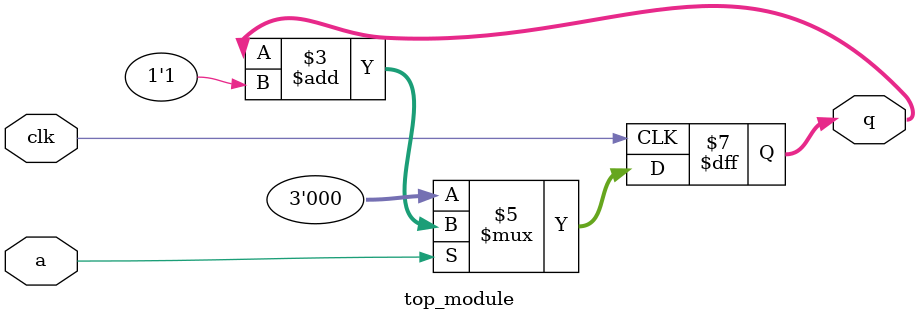
<source format=sv>
module top_module (
    input clk,
    input a, 
    output reg [2:0] q
);

always @(posedge clk) begin
    if (a == 1'b1) begin
        q <= q + 1'b1;
    end
    else begin
        q <= 0;
    end
end

endmodule

</source>
